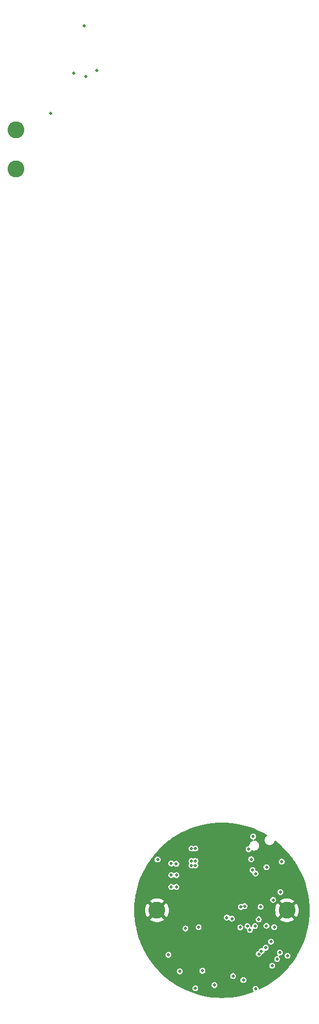
<source format=gbr>
%TF.GenerationSoftware,KiCad,Pcbnew,8.0.7-8.0.7-0~ubuntu22.04.1*%
%TF.CreationDate,2025-01-08T19:04:49+01:00*%
%TF.ProjectId,bldc_servo_mini_v1,626c6463-5f73-4657-9276-6f5f6d696e69,rev?*%
%TF.SameCoordinates,Original*%
%TF.FileFunction,Copper,L2,Inr*%
%TF.FilePolarity,Positive*%
%FSLAX46Y46*%
G04 Gerber Fmt 4.6, Leading zero omitted, Abs format (unit mm)*
G04 Created by KiCad (PCBNEW 8.0.7-8.0.7-0~ubuntu22.04.1) date 2025-01-08 19:04:49*
%MOMM*%
%LPD*%
G01*
G04 APERTURE LIST*
%TA.AperFunction,ComponentPad*%
%ADD10C,2.600000*%
%TD*%
%TA.AperFunction,ViaPad*%
%ADD11C,0.500000*%
%TD*%
G04 APERTURE END LIST*
D10*
%TO.N,/SENSOR2_GND*%
%TO.C,H6*%
X68300000Y14100000D03*
%TD*%
%TO.N,/SENSOR2_GND*%
%TO.C,H5*%
X68300000Y20050000D03*
%TD*%
%TO.N,GND*%
%TO.C,H2*%
X90000000Y-100000000D03*
%TD*%
%TO.N,GND*%
%TO.C,H1*%
X110000000Y-100000000D03*
%TD*%
D11*
%TO.N,VCC*%
X90100768Y-92200000D03*
%TO.N,GND*%
X88400000Y-97400000D03*
X88600000Y-95000000D03*
%TO.N,/MISO*%
X110100000Y-107000000D03*
%TO.N,GND*%
X108250000Y-106800000D03*
%TO.N,/SCK*%
X108900000Y-106500000D03*
%TO.N,/MOSI*%
X107738909Y-108538909D03*
%TO.N,/CS*%
X108500000Y-107500000D03*
%TO.N,GND*%
X92200000Y-108200000D03*
X95500000Y-98600000D03*
X97000000Y-95400000D03*
X97000000Y-97000000D03*
X107400000Y-110800000D03*
X108700000Y-103800000D03*
X109800000Y-103200000D03*
X111700000Y-104500000D03*
X112600000Y-102900000D03*
X108500000Y-95600000D03*
X112300000Y-96500000D03*
X111000000Y-93900000D03*
X110200000Y-91900000D03*
X108400000Y-90100000D03*
X107000000Y-90400000D03*
X101800000Y-87100000D03*
X99500000Y-87000000D03*
X97500000Y-87100000D03*
X87500000Y-97500000D03*
X87900000Y-95000000D03*
X100600000Y-104800000D03*
X101400000Y-105750000D03*
X100200000Y-105750000D03*
X100800000Y-105750000D03*
X99600000Y-105750000D03*
X98963369Y-105750000D03*
X99900000Y-88000000D03*
X101100000Y-88000000D03*
X98700000Y-88000000D03*
X99300000Y-88000000D03*
X100500000Y-88000000D03*
X101100000Y-88600000D03*
X99900000Y-88600000D03*
X98700000Y-88600000D03*
X99300000Y-88600000D03*
X100500000Y-88600000D03*
X99300000Y-89200000D03*
X101100000Y-89200000D03*
X100500000Y-89200000D03*
X99900000Y-89200000D03*
X98700000Y-89200000D03*
X100500000Y-94000000D03*
X99900000Y-94000000D03*
X99900000Y-93400000D03*
X98700000Y-93400000D03*
X99300000Y-93400000D03*
X100500000Y-93400000D03*
X101100000Y-92800000D03*
X100500000Y-92800000D03*
X98700000Y-92800000D03*
X99900000Y-92800000D03*
X99300000Y-92800000D03*
X99900000Y-92200000D03*
X99300000Y-92200000D03*
X101100000Y-92200000D03*
X98700000Y-92200000D03*
X100500000Y-92200000D03*
X98700000Y-91600000D03*
X99900000Y-91600000D03*
X99300000Y-91600000D03*
X101100000Y-91600000D03*
X100500000Y-91600000D03*
X98700000Y-91000000D03*
X99300000Y-91000000D03*
X99900000Y-91000000D03*
X100500000Y-91000000D03*
X101100000Y-91000000D03*
X99300000Y-90400000D03*
X101100000Y-90400000D03*
X100500000Y-90400000D03*
X99900000Y-90400000D03*
X98700000Y-90400000D03*
X101100000Y-89800000D03*
X100500000Y-89800000D03*
X99900000Y-89800000D03*
X99300000Y-89800000D03*
X91100000Y-94600000D03*
X91100000Y-92800000D03*
X91050768Y-91600000D03*
X91050768Y-92200000D03*
X91050768Y-94000000D03*
X91050768Y-93400000D03*
X91050768Y-95800000D03*
%TO.N,+3.3V*%
X105666934Y-106710884D03*
X106088981Y-106288837D03*
%TO.N,GND*%
X105171959Y-107205859D03*
X95500000Y-102500000D03*
X94192894Y-104392894D03*
X95470000Y-101850000D03*
%TO.N,/SWDIO*%
X103925000Y-102418418D03*
X102825000Y-102639250D03*
%TO.N,/DRIVER_NFAULT*%
X107878768Y-98411645D03*
%TO.N,+3.3V*%
X103500000Y-99365000D03*
%TO.N,/NRST*%
X105183361Y-112083361D03*
X109200000Y-92500000D03*
%TO.N,GND*%
X100600000Y-103600000D03*
%TO.N,/DRIVER_NSLEEP*%
X108050000Y-102597193D03*
%TO.N,/DRIVER_NRST*%
X106850000Y-102395228D03*
%TO.N,VCC*%
X95900000Y-112000000D03*
%TO.N,GND*%
X96600000Y-112000000D03*
%TO.N,/CAN_H*%
X106750000Y-105750000D03*
X107533364Y-104844455D03*
%TO.N,+3.3V*%
X98833109Y-111515125D03*
%TO.N,/CAN_Rs*%
X101726647Y-110115001D03*
%TO.N,/CAN_EN*%
X96988721Y-109322737D03*
%TO.N,GND*%
X104167889Y-107800000D03*
%TO.N,/SENSOR2_GND*%
X73600000Y22600000D03*
%TO.N,/SENSOR2_MOSI*%
X77200000Y28800000D03*
X78800000Y36100000D03*
%TO.N,/SENSOR2_GND*%
X80700000Y29200000D03*
X79000000Y28300000D03*
%TO.N,GND*%
X105700000Y-97100000D03*
X105300000Y-91100000D03*
%TO.N,+3.3V*%
X109000000Y-97200000D03*
X103303240Y-110735587D03*
%TO.N,GND*%
X104120939Y-100750000D03*
%TO.N,+3.3V*%
X102905494Y-99500750D03*
%TO.N,GND*%
X104000000Y-98095000D03*
X96196321Y-98705506D03*
X103300000Y-111900000D03*
X102300000Y-112000000D03*
X99091382Y-112643900D03*
%TO.N,+3.3V*%
X96397220Y-102609459D03*
X94367459Y-102806621D03*
X93500000Y-109400000D03*
%TO.N,GND*%
X93400000Y-108400000D03*
%TO.N,+3.3V*%
X91756067Y-106850001D03*
%TO.N,GND*%
X91695656Y-105661038D03*
X91050768Y-95200000D03*
X98700000Y-89800000D03*
%TO.N,/IN1*%
X106852044Y-93364798D03*
%TO.N,/IN3*%
X105170896Y-94350000D03*
%TO.N,/IN2*%
X104706705Y-93826048D03*
%TO.N,/MISO*%
X105649999Y-101393503D03*
%TO.N,/MOSI*%
X105950001Y-99474257D03*
%TO.N,/SCK*%
X105098811Y-102427808D03*
%TO.N,/CS*%
X104295384Y-103012402D03*
%TO.N,/CAN_TX*%
X101523797Y-101293032D03*
%TO.N,/CAN_RX*%
X100742112Y-101122826D03*
%TO.N,GND*%
X93756162Y-104800000D03*
%TO.N,/EN3*%
X104506886Y-92148106D03*
%TO.N,/EN2*%
X104100000Y-90600000D03*
%TO.N,/EN1*%
X104804578Y-88656586D03*
%TO.N,/OUT1*%
X95300000Y-90500000D03*
X95900000Y-90500000D03*
%TO.N,/OUT3*%
X95300000Y-93100000D03*
X95900000Y-93100000D03*
%TO.N,/OUT2*%
X95300000Y-92400000D03*
X95900000Y-92400000D03*
%TO.N,/SHUNT3+*%
X93000000Y-96400000D03*
%TO.N,/SHUNT3-*%
X92200000Y-96400000D03*
%TO.N,/SHUNT1-*%
X92200000Y-92800000D03*
%TO.N,/SHUNT1+*%
X92964713Y-92838247D03*
%TO.N,/SHUNT2-*%
X92200000Y-94600000D03*
%TO.N,/SHUNT2+*%
X93000000Y-94600000D03*
%TO.N,GND*%
X104738909Y-107638909D03*
%TD*%
%TA.AperFunction,Conductor*%
%TO.N,GND*%
G36*
X100727505Y-86520207D02*
G01*
X100734195Y-86520570D01*
X101456214Y-86579363D01*
X101462869Y-86580086D01*
X102180685Y-86677886D01*
X102187256Y-86678964D01*
X102898690Y-86815477D01*
X102905230Y-86816916D01*
X103608261Y-86991751D01*
X103614699Y-86993539D01*
X104307212Y-87206174D01*
X104313541Y-87208306D01*
X104993541Y-87458125D01*
X104999756Y-87460602D01*
X105665220Y-87746864D01*
X105671294Y-87749674D01*
X105842709Y-87834688D01*
X106320278Y-88071540D01*
X106326207Y-88074684D01*
X106874327Y-88384578D01*
X106922997Y-88434707D01*
X106936839Y-88503192D01*
X106911458Y-88568289D01*
X106882192Y-88595621D01*
X106847824Y-88618585D01*
X106743293Y-88723116D01*
X106743290Y-88723120D01*
X106661161Y-88846034D01*
X106661154Y-88846047D01*
X106604585Y-88982618D01*
X106604582Y-88982628D01*
X106575742Y-89127615D01*
X106575742Y-89127618D01*
X106575742Y-89275454D01*
X106575742Y-89275456D01*
X106575741Y-89275456D01*
X106604582Y-89420443D01*
X106604585Y-89420453D01*
X106661154Y-89557024D01*
X106661161Y-89557037D01*
X106743290Y-89679951D01*
X106743293Y-89679955D01*
X106847822Y-89784484D01*
X106847826Y-89784487D01*
X106970740Y-89866616D01*
X106970753Y-89866623D01*
X107107324Y-89923192D01*
X107107329Y-89923194D01*
X107107333Y-89923194D01*
X107107334Y-89923195D01*
X107252321Y-89952036D01*
X107252324Y-89952036D01*
X107400162Y-89952036D01*
X107497704Y-89932632D01*
X107545155Y-89923194D01*
X107681737Y-89866620D01*
X107804658Y-89784487D01*
X107909193Y-89679952D01*
X107991326Y-89557031D01*
X108047900Y-89420449D01*
X108053462Y-89392489D01*
X108085846Y-89330578D01*
X108146562Y-89296004D01*
X108216332Y-89299743D01*
X108252763Y-89320031D01*
X108700529Y-89679955D01*
X108736760Y-89709078D01*
X108741877Y-89713423D01*
X108975700Y-89923195D01*
X109281110Y-90197191D01*
X109285985Y-90201810D01*
X109798189Y-90714014D01*
X109802808Y-90718889D01*
X110286574Y-91258120D01*
X110290921Y-91263239D01*
X110744752Y-91827832D01*
X110748816Y-91833178D01*
X110975030Y-92148106D01*
X111171437Y-92421540D01*
X111175189Y-92427074D01*
X111381600Y-92750000D01*
X111565334Y-93037451D01*
X111568796Y-93043205D01*
X111925313Y-93673788D01*
X111928459Y-93679721D01*
X112250320Y-94328695D01*
X112253140Y-94334790D01*
X112539392Y-95000231D01*
X112541878Y-95006470D01*
X112791687Y-95686440D01*
X112793831Y-95692804D01*
X113006455Y-96385284D01*
X113008252Y-96391755D01*
X113183081Y-97094760D01*
X113184524Y-97101319D01*
X113321030Y-97812715D01*
X113322117Y-97819342D01*
X113419911Y-98537119D01*
X113420637Y-98543795D01*
X113479428Y-99265796D01*
X113479792Y-99272502D01*
X113499409Y-99996642D01*
X113499409Y-100003358D01*
X113479792Y-100727497D01*
X113479428Y-100734203D01*
X113420637Y-101456204D01*
X113419911Y-101462880D01*
X113322117Y-102180657D01*
X113321030Y-102187284D01*
X113184524Y-102898680D01*
X113183081Y-102905239D01*
X113008252Y-103608244D01*
X113006455Y-103614715D01*
X112793831Y-104307195D01*
X112791687Y-104313559D01*
X112541878Y-104993529D01*
X112539392Y-104999768D01*
X112253140Y-105665209D01*
X112250320Y-105671304D01*
X111928459Y-106320278D01*
X111925313Y-106326211D01*
X111568796Y-106956794D01*
X111565334Y-106962548D01*
X111175198Y-107572913D01*
X111171429Y-107578472D01*
X110748816Y-108166821D01*
X110744752Y-108172167D01*
X110290921Y-108736760D01*
X110286574Y-108741879D01*
X109802808Y-109281110D01*
X109798189Y-109285985D01*
X109285985Y-109798189D01*
X109281110Y-109802808D01*
X108741879Y-110286574D01*
X108736760Y-110290921D01*
X108172167Y-110744752D01*
X108166821Y-110748816D01*
X107578472Y-111171429D01*
X107572913Y-111175198D01*
X106962548Y-111565334D01*
X106956794Y-111568796D01*
X106326211Y-111925313D01*
X106320277Y-111928459D01*
X105816539Y-112178289D01*
X105747735Y-112190441D01*
X105683283Y-112163464D01*
X105643647Y-112105925D01*
X105638707Y-112084847D01*
X105638493Y-112083363D01*
X105638494Y-112083361D01*
X105620058Y-111955135D01*
X105566243Y-111837298D01*
X105481410Y-111739394D01*
X105372430Y-111669357D01*
X105372426Y-111669355D01*
X105372425Y-111669355D01*
X105248135Y-111632861D01*
X105248133Y-111632861D01*
X105118589Y-111632861D01*
X105118587Y-111632861D01*
X104994296Y-111669355D01*
X104994293Y-111669356D01*
X104994292Y-111669357D01*
X104943038Y-111702295D01*
X104885311Y-111739394D01*
X104800479Y-111837298D01*
X104800478Y-111837299D01*
X104746663Y-111955135D01*
X104728228Y-112083361D01*
X104746663Y-112211586D01*
X104781319Y-112287470D01*
X104800479Y-112329424D01*
X104856554Y-112394139D01*
X104869163Y-112408691D01*
X104898187Y-112472247D01*
X104888243Y-112541406D01*
X104842487Y-112594209D01*
X104818210Y-112606287D01*
X104313559Y-112791687D01*
X104307195Y-112793831D01*
X103614715Y-113006455D01*
X103608244Y-113008252D01*
X102905239Y-113183081D01*
X102898680Y-113184524D01*
X102187284Y-113321030D01*
X102180657Y-113322117D01*
X101462880Y-113419911D01*
X101456204Y-113420637D01*
X100734203Y-113479428D01*
X100727497Y-113479792D01*
X100003358Y-113499409D01*
X99996642Y-113499409D01*
X99272502Y-113479792D01*
X99265796Y-113479428D01*
X98543795Y-113420637D01*
X98537119Y-113419911D01*
X97819342Y-113322117D01*
X97812715Y-113321030D01*
X97101319Y-113184524D01*
X97094760Y-113183081D01*
X96391755Y-113008252D01*
X96385284Y-113006455D01*
X95692804Y-112793831D01*
X95686440Y-112791687D01*
X95006470Y-112541878D01*
X95000231Y-112539392D01*
X94334790Y-112253140D01*
X94328695Y-112250320D01*
X93823970Y-112000000D01*
X95444867Y-112000000D01*
X95463302Y-112128225D01*
X95501373Y-112211587D01*
X95517118Y-112246063D01*
X95601951Y-112343967D01*
X95710931Y-112414004D01*
X95835225Y-112450499D01*
X95835227Y-112450500D01*
X95835228Y-112450500D01*
X95964773Y-112450500D01*
X95964773Y-112450499D01*
X96089069Y-112414004D01*
X96198049Y-112343967D01*
X96282882Y-112246063D01*
X96336697Y-112128226D01*
X96355133Y-112000000D01*
X96336697Y-111871774D01*
X96282882Y-111753937D01*
X96198049Y-111656033D01*
X96089069Y-111585996D01*
X96089065Y-111585994D01*
X96089064Y-111585994D01*
X95964774Y-111549500D01*
X95964772Y-111549500D01*
X95835228Y-111549500D01*
X95835226Y-111549500D01*
X95710935Y-111585994D01*
X95710932Y-111585995D01*
X95710931Y-111585996D01*
X95659677Y-111618934D01*
X95601950Y-111656033D01*
X95517118Y-111753937D01*
X95517117Y-111753938D01*
X95463302Y-111871774D01*
X95444867Y-112000000D01*
X93823970Y-112000000D01*
X93679721Y-111928459D01*
X93673788Y-111925313D01*
X93043205Y-111568796D01*
X93037451Y-111565334D01*
X92958899Y-111515125D01*
X98377976Y-111515125D01*
X98396411Y-111643350D01*
X98446916Y-111753938D01*
X98450227Y-111761188D01*
X98535060Y-111859092D01*
X98644040Y-111929129D01*
X98768334Y-111965624D01*
X98768336Y-111965625D01*
X98768337Y-111965625D01*
X98897882Y-111965625D01*
X98897882Y-111965624D01*
X99022178Y-111929129D01*
X99131158Y-111859092D01*
X99215991Y-111761188D01*
X99269806Y-111643351D01*
X99288242Y-111515125D01*
X99269806Y-111386899D01*
X99215991Y-111269062D01*
X99131158Y-111171158D01*
X99022178Y-111101121D01*
X99022174Y-111101119D01*
X99022173Y-111101119D01*
X98897883Y-111064625D01*
X98897881Y-111064625D01*
X98768337Y-111064625D01*
X98768335Y-111064625D01*
X98644044Y-111101119D01*
X98644041Y-111101120D01*
X98644040Y-111101121D01*
X98592786Y-111134059D01*
X98535059Y-111171158D01*
X98450227Y-111269062D01*
X98450226Y-111269063D01*
X98396411Y-111386899D01*
X98377976Y-111515125D01*
X92958899Y-111515125D01*
X92758291Y-111386899D01*
X92427074Y-111175189D01*
X92421540Y-111171437D01*
X91993273Y-110863813D01*
X91833178Y-110748816D01*
X91827832Y-110744752D01*
X91816430Y-110735587D01*
X102848107Y-110735587D01*
X102866542Y-110863812D01*
X102920357Y-110981648D01*
X102920358Y-110981650D01*
X103005191Y-111079554D01*
X103114171Y-111149591D01*
X103201383Y-111175198D01*
X103238465Y-111186086D01*
X103238467Y-111186087D01*
X103238468Y-111186087D01*
X103368013Y-111186087D01*
X103368013Y-111186086D01*
X103492309Y-111149591D01*
X103601289Y-111079554D01*
X103686122Y-110981650D01*
X103739937Y-110863813D01*
X103758373Y-110735587D01*
X103739937Y-110607361D01*
X103686122Y-110489524D01*
X103601289Y-110391620D01*
X103492309Y-110321583D01*
X103492305Y-110321581D01*
X103492304Y-110321581D01*
X103368014Y-110285087D01*
X103368012Y-110285087D01*
X103238468Y-110285087D01*
X103238466Y-110285087D01*
X103114175Y-110321581D01*
X103114172Y-110321582D01*
X103114171Y-110321583D01*
X103062917Y-110354521D01*
X103005190Y-110391620D01*
X102920358Y-110489524D01*
X102920357Y-110489525D01*
X102866542Y-110607361D01*
X102848107Y-110735587D01*
X91816430Y-110735587D01*
X91263239Y-110290921D01*
X91258120Y-110286574D01*
X91066876Y-110115001D01*
X101271514Y-110115001D01*
X101289949Y-110243226D01*
X101325734Y-110321583D01*
X101343765Y-110361064D01*
X101428598Y-110458968D01*
X101537578Y-110529005D01*
X101661872Y-110565500D01*
X101661874Y-110565501D01*
X101661875Y-110565501D01*
X101791420Y-110565501D01*
X101791420Y-110565500D01*
X101915716Y-110529005D01*
X102024696Y-110458968D01*
X102109529Y-110361064D01*
X102163344Y-110243227D01*
X102181780Y-110115001D01*
X102163344Y-109986775D01*
X102109529Y-109868938D01*
X102024696Y-109771034D01*
X101915716Y-109700997D01*
X101915712Y-109700995D01*
X101915711Y-109700995D01*
X101791421Y-109664501D01*
X101791419Y-109664501D01*
X101661875Y-109664501D01*
X101661873Y-109664501D01*
X101537582Y-109700995D01*
X101537579Y-109700996D01*
X101537578Y-109700997D01*
X101529708Y-109706055D01*
X101428597Y-109771034D01*
X101343765Y-109868938D01*
X101343764Y-109868939D01*
X101289949Y-109986775D01*
X101271514Y-110115001D01*
X91066876Y-110115001D01*
X90718889Y-109802808D01*
X90714014Y-109798189D01*
X90315825Y-109400000D01*
X93044867Y-109400000D01*
X93063302Y-109528225D01*
X93117117Y-109646061D01*
X93117118Y-109646063D01*
X93201951Y-109743967D01*
X93310931Y-109814004D01*
X93435225Y-109850499D01*
X93435227Y-109850500D01*
X93435228Y-109850500D01*
X93564773Y-109850500D01*
X93564773Y-109850499D01*
X93689069Y-109814004D01*
X93798049Y-109743967D01*
X93882882Y-109646063D01*
X93936697Y-109528226D01*
X93955133Y-109400000D01*
X93944024Y-109322737D01*
X96533588Y-109322737D01*
X96552023Y-109450962D01*
X96587309Y-109528225D01*
X96605839Y-109568800D01*
X96690672Y-109666704D01*
X96799652Y-109736741D01*
X96923946Y-109773236D01*
X96923948Y-109773237D01*
X96923949Y-109773237D01*
X97053494Y-109773237D01*
X97053494Y-109773236D01*
X97177790Y-109736741D01*
X97286770Y-109666704D01*
X97371603Y-109568800D01*
X97425418Y-109450963D01*
X97443854Y-109322737D01*
X97425418Y-109194511D01*
X97371603Y-109076674D01*
X97286770Y-108978770D01*
X97177790Y-108908733D01*
X97177786Y-108908731D01*
X97177785Y-108908731D01*
X97053495Y-108872237D01*
X97053493Y-108872237D01*
X96923949Y-108872237D01*
X96923947Y-108872237D01*
X96799656Y-108908731D01*
X96799653Y-108908732D01*
X96799652Y-108908733D01*
X96748398Y-108941671D01*
X96690671Y-108978770D01*
X96605839Y-109076674D01*
X96605838Y-109076675D01*
X96552023Y-109194511D01*
X96533588Y-109322737D01*
X93944024Y-109322737D01*
X93936697Y-109271774D01*
X93882882Y-109153937D01*
X93798049Y-109056033D01*
X93689069Y-108985996D01*
X93689065Y-108985994D01*
X93689064Y-108985994D01*
X93564774Y-108949500D01*
X93564772Y-108949500D01*
X93435228Y-108949500D01*
X93435226Y-108949500D01*
X93310935Y-108985994D01*
X93310932Y-108985995D01*
X93310931Y-108985996D01*
X93259677Y-109018934D01*
X93201950Y-109056033D01*
X93117118Y-109153937D01*
X93117117Y-109153938D01*
X93063302Y-109271774D01*
X93044867Y-109400000D01*
X90315825Y-109400000D01*
X90201810Y-109285985D01*
X90197191Y-109281110D01*
X89932432Y-108985996D01*
X89713423Y-108741877D01*
X89709078Y-108736760D01*
X89550041Y-108538909D01*
X107283776Y-108538909D01*
X107302211Y-108667134D01*
X107336347Y-108741879D01*
X107356027Y-108784972D01*
X107440860Y-108882876D01*
X107549840Y-108952913D01*
X107674134Y-108989408D01*
X107674136Y-108989409D01*
X107674137Y-108989409D01*
X107803682Y-108989409D01*
X107803682Y-108989408D01*
X107927978Y-108952913D01*
X108036958Y-108882876D01*
X108121791Y-108784972D01*
X108175606Y-108667135D01*
X108194042Y-108538909D01*
X108175606Y-108410683D01*
X108121791Y-108292846D01*
X108036958Y-108194942D01*
X107927978Y-108124905D01*
X107927974Y-108124903D01*
X107927973Y-108124903D01*
X107803683Y-108088409D01*
X107803681Y-108088409D01*
X107674137Y-108088409D01*
X107674135Y-108088409D01*
X107549844Y-108124903D01*
X107549841Y-108124904D01*
X107549840Y-108124905D01*
X107498586Y-108157843D01*
X107440859Y-108194942D01*
X107356027Y-108292846D01*
X107356026Y-108292847D01*
X107302211Y-108410683D01*
X107283776Y-108538909D01*
X89550041Y-108538909D01*
X89255247Y-108172167D01*
X89251183Y-108166821D01*
X89019275Y-107843966D01*
X88828556Y-107578451D01*
X88824815Y-107572934D01*
X88778197Y-107500000D01*
X108044867Y-107500000D01*
X108063302Y-107628225D01*
X108117117Y-107746061D01*
X108117118Y-107746063D01*
X108201951Y-107843967D01*
X108310931Y-107914004D01*
X108435225Y-107950499D01*
X108435227Y-107950500D01*
X108435228Y-107950500D01*
X108564773Y-107950500D01*
X108564773Y-107950499D01*
X108689069Y-107914004D01*
X108798049Y-107843967D01*
X108882882Y-107746063D01*
X108936697Y-107628226D01*
X108955133Y-107500000D01*
X108936697Y-107371774D01*
X108882882Y-107253937D01*
X108798049Y-107156033D01*
X108798048Y-107156032D01*
X108797762Y-107155702D01*
X108768738Y-107092146D01*
X108778682Y-107022988D01*
X108798601Y-107000000D01*
X109644867Y-107000000D01*
X109663302Y-107128225D01*
X109717117Y-107246061D01*
X109717118Y-107246063D01*
X109801951Y-107343967D01*
X109910931Y-107414004D01*
X110035225Y-107450499D01*
X110035227Y-107450500D01*
X110035228Y-107450500D01*
X110164773Y-107450500D01*
X110164773Y-107450499D01*
X110289069Y-107414004D01*
X110398049Y-107343967D01*
X110482882Y-107246063D01*
X110536697Y-107128226D01*
X110555133Y-107000000D01*
X110536697Y-106871774D01*
X110482882Y-106753937D01*
X110398049Y-106656033D01*
X110289069Y-106585996D01*
X110289065Y-106585994D01*
X110289064Y-106585994D01*
X110164774Y-106549500D01*
X110164772Y-106549500D01*
X110035228Y-106549500D01*
X110035226Y-106549500D01*
X109910935Y-106585994D01*
X109910932Y-106585995D01*
X109910931Y-106585996D01*
X109883013Y-106603938D01*
X109801950Y-106656033D01*
X109717118Y-106753937D01*
X109717117Y-106753938D01*
X109663302Y-106871774D01*
X109644867Y-107000000D01*
X108798601Y-107000000D01*
X108824437Y-106970184D01*
X108891476Y-106950500D01*
X108964773Y-106950500D01*
X108964773Y-106950499D01*
X109089069Y-106914004D01*
X109198049Y-106843967D01*
X109282882Y-106746063D01*
X109336697Y-106628226D01*
X109355133Y-106500000D01*
X109336697Y-106371774D01*
X109282882Y-106253937D01*
X109198049Y-106156033D01*
X109089069Y-106085996D01*
X109089065Y-106085994D01*
X109089064Y-106085994D01*
X108964774Y-106049500D01*
X108964772Y-106049500D01*
X108835228Y-106049500D01*
X108835226Y-106049500D01*
X108710935Y-106085994D01*
X108710932Y-106085995D01*
X108710931Y-106085996D01*
X108659677Y-106118934D01*
X108601950Y-106156033D01*
X108517118Y-106253937D01*
X108517117Y-106253938D01*
X108463302Y-106371774D01*
X108444867Y-106500000D01*
X108463302Y-106628225D01*
X108476002Y-106656033D01*
X108517118Y-106746063D01*
X108601950Y-106843966D01*
X108602238Y-106844298D01*
X108631262Y-106907854D01*
X108621318Y-106977012D01*
X108575563Y-107029816D01*
X108508524Y-107049500D01*
X108435226Y-107049500D01*
X108310935Y-107085994D01*
X108310932Y-107085995D01*
X108310931Y-107085996D01*
X108295265Y-107096064D01*
X108201950Y-107156033D01*
X108117118Y-107253937D01*
X108117117Y-107253938D01*
X108063302Y-107371774D01*
X108044867Y-107500000D01*
X88778197Y-107500000D01*
X88434660Y-106962541D01*
X88431203Y-106956794D01*
X88403533Y-106907854D01*
X88370824Y-106850001D01*
X91300934Y-106850001D01*
X91319369Y-106978226D01*
X91354363Y-107054850D01*
X91373185Y-107096064D01*
X91458018Y-107193968D01*
X91566998Y-107264005D01*
X91691292Y-107300500D01*
X91691294Y-107300501D01*
X91691295Y-107300501D01*
X91820840Y-107300501D01*
X91820840Y-107300500D01*
X91945136Y-107264005D01*
X92054116Y-107193968D01*
X92138949Y-107096064D01*
X92192764Y-106978227D01*
X92211200Y-106850001D01*
X92192764Y-106721775D01*
X92187790Y-106710884D01*
X105211801Y-106710884D01*
X105230236Y-106839109D01*
X105264440Y-106914004D01*
X105284052Y-106956947D01*
X105368885Y-107054851D01*
X105477865Y-107124888D01*
X105583938Y-107156033D01*
X105602159Y-107161383D01*
X105602161Y-107161384D01*
X105602162Y-107161384D01*
X105731707Y-107161384D01*
X105731707Y-107161383D01*
X105856003Y-107124888D01*
X105964983Y-107054851D01*
X106049816Y-106956947D01*
X106103631Y-106839110D01*
X106105058Y-106829185D01*
X106134082Y-106765629D01*
X106192858Y-106727854D01*
X106278050Y-106702841D01*
X106387030Y-106632804D01*
X106471863Y-106534900D01*
X106525678Y-106417063D01*
X106541769Y-106305146D01*
X106570792Y-106241593D01*
X106629570Y-106203818D01*
X106682160Y-106200058D01*
X106685223Y-106200498D01*
X106685228Y-106200500D01*
X106685233Y-106200500D01*
X106814773Y-106200500D01*
X106814773Y-106200499D01*
X106939069Y-106164004D01*
X107048049Y-106093967D01*
X107132882Y-105996063D01*
X107186697Y-105878226D01*
X107205133Y-105750000D01*
X107186697Y-105621774D01*
X107132882Y-105503937D01*
X107048049Y-105406033D01*
X106939069Y-105335996D01*
X106939065Y-105335994D01*
X106939064Y-105335994D01*
X106814774Y-105299500D01*
X106814772Y-105299500D01*
X106685228Y-105299500D01*
X106685226Y-105299500D01*
X106560935Y-105335994D01*
X106560932Y-105335995D01*
X106560931Y-105335996D01*
X106509677Y-105368934D01*
X106451950Y-105406033D01*
X106367118Y-105503937D01*
X106367117Y-105503938D01*
X106313302Y-105621774D01*
X106297212Y-105733688D01*
X106268187Y-105797244D01*
X106209409Y-105835018D01*
X106156829Y-105838779D01*
X106153754Y-105838337D01*
X106153753Y-105838337D01*
X106024209Y-105838337D01*
X106024207Y-105838337D01*
X105899916Y-105874831D01*
X105899913Y-105874832D01*
X105899912Y-105874833D01*
X105860896Y-105899907D01*
X105790931Y-105944870D01*
X105706099Y-106042774D01*
X105706098Y-106042775D01*
X105652283Y-106160612D01*
X105652282Y-106160614D01*
X105650855Y-106170542D01*
X105621827Y-106234096D01*
X105563053Y-106271866D01*
X105477868Y-106296878D01*
X105368884Y-106366917D01*
X105284052Y-106464821D01*
X105284051Y-106464822D01*
X105230236Y-106582658D01*
X105211801Y-106710884D01*
X92187790Y-106710884D01*
X92138949Y-106603938D01*
X92054116Y-106506034D01*
X91945136Y-106435997D01*
X91945132Y-106435995D01*
X91945131Y-106435995D01*
X91820841Y-106399501D01*
X91820839Y-106399501D01*
X91691295Y-106399501D01*
X91691293Y-106399501D01*
X91567002Y-106435995D01*
X91566999Y-106435996D01*
X91566998Y-106435997D01*
X91522147Y-106464821D01*
X91458017Y-106506034D01*
X91373185Y-106603938D01*
X91373184Y-106603939D01*
X91319369Y-106721775D01*
X91300934Y-106850001D01*
X88370824Y-106850001D01*
X88074684Y-106326207D01*
X88071540Y-106320278D01*
X88047530Y-106271866D01*
X87749674Y-105671294D01*
X87746859Y-105665209D01*
X87728175Y-105621774D01*
X87460602Y-104999756D01*
X87458121Y-104993529D01*
X87450462Y-104972681D01*
X87403354Y-104844455D01*
X107078231Y-104844455D01*
X107096666Y-104972680D01*
X107106188Y-104993529D01*
X107150482Y-105090518D01*
X107235315Y-105188422D01*
X107344295Y-105258459D01*
X107468589Y-105294954D01*
X107468591Y-105294955D01*
X107468592Y-105294955D01*
X107598137Y-105294955D01*
X107598137Y-105294954D01*
X107722433Y-105258459D01*
X107831413Y-105188422D01*
X107916246Y-105090518D01*
X107970061Y-104972681D01*
X107988497Y-104844455D01*
X107970061Y-104716229D01*
X107916246Y-104598392D01*
X107831413Y-104500488D01*
X107722433Y-104430451D01*
X107722429Y-104430449D01*
X107722428Y-104430449D01*
X107598138Y-104393955D01*
X107598136Y-104393955D01*
X107468592Y-104393955D01*
X107468590Y-104393955D01*
X107344299Y-104430449D01*
X107344296Y-104430450D01*
X107344295Y-104430451D01*
X107293041Y-104463389D01*
X107235314Y-104500488D01*
X107150482Y-104598392D01*
X107150481Y-104598393D01*
X107096666Y-104716229D01*
X107078231Y-104844455D01*
X87403354Y-104844455D01*
X87208306Y-104313541D01*
X87206174Y-104307212D01*
X86993539Y-103614699D01*
X86991751Y-103608261D01*
X86816916Y-102905230D01*
X86815475Y-102898680D01*
X86807194Y-102855522D01*
X86797811Y-102806621D01*
X93912326Y-102806621D01*
X93930761Y-102934846D01*
X93982297Y-103047692D01*
X93984577Y-103052684D01*
X94069410Y-103150588D01*
X94178390Y-103220625D01*
X94302684Y-103257120D01*
X94302686Y-103257121D01*
X94302687Y-103257121D01*
X94432232Y-103257121D01*
X94432232Y-103257120D01*
X94556528Y-103220625D01*
X94665508Y-103150588D01*
X94750341Y-103052684D01*
X94804156Y-102934847D01*
X94822592Y-102806621D01*
X94804156Y-102678395D01*
X94772674Y-102609459D01*
X95942087Y-102609459D01*
X95960522Y-102737684D01*
X95992005Y-102806621D01*
X96014338Y-102855522D01*
X96099171Y-102953426D01*
X96208151Y-103023463D01*
X96309616Y-103053255D01*
X96332445Y-103059958D01*
X96332447Y-103059959D01*
X96332448Y-103059959D01*
X96461993Y-103059959D01*
X96461993Y-103059958D01*
X96586289Y-103023463D01*
X96695269Y-102953426D01*
X96780102Y-102855522D01*
X96833917Y-102737685D01*
X96848070Y-102639250D01*
X102369867Y-102639250D01*
X102388302Y-102767475D01*
X102438140Y-102876602D01*
X102442118Y-102885313D01*
X102526951Y-102983217D01*
X102635931Y-103053254D01*
X102658767Y-103059959D01*
X102760225Y-103089749D01*
X102760227Y-103089750D01*
X102760228Y-103089750D01*
X102889773Y-103089750D01*
X102889773Y-103089749D01*
X103014069Y-103053254D01*
X103123049Y-102983217D01*
X103207882Y-102885313D01*
X103261697Y-102767476D01*
X103280005Y-102640139D01*
X103309028Y-102576586D01*
X103367806Y-102538811D01*
X103437676Y-102538811D01*
X103496454Y-102576585D01*
X103515536Y-102606276D01*
X103531526Y-102641289D01*
X103542118Y-102664481D01*
X103626951Y-102762385D01*
X103735931Y-102832422D01*
X103757756Y-102838830D01*
X103816535Y-102876602D01*
X103845562Y-102940157D01*
X103845563Y-102975454D01*
X103840251Y-103012402D01*
X103842901Y-103030837D01*
X103858686Y-103140627D01*
X103895221Y-103220625D01*
X103912502Y-103258465D01*
X103997335Y-103356369D01*
X104106315Y-103426406D01*
X104230609Y-103462901D01*
X104230611Y-103462902D01*
X104230612Y-103462902D01*
X104360157Y-103462902D01*
X104360157Y-103462901D01*
X104484453Y-103426406D01*
X104593433Y-103356369D01*
X104678266Y-103258465D01*
X104732081Y-103140628D01*
X104750517Y-103012402D01*
X104745349Y-102976461D01*
X104755292Y-102907306D01*
X104801046Y-102854502D01*
X104868085Y-102834816D01*
X104903021Y-102839839D01*
X105034036Y-102878307D01*
X105034038Y-102878308D01*
X105034039Y-102878308D01*
X105163584Y-102878308D01*
X105163584Y-102878307D01*
X105287880Y-102841812D01*
X105396860Y-102771775D01*
X105481693Y-102673871D01*
X105535508Y-102556034D01*
X105553944Y-102427808D01*
X105549260Y-102395228D01*
X106394867Y-102395228D01*
X106413302Y-102523453D01*
X106466186Y-102639250D01*
X106467118Y-102641291D01*
X106540013Y-102725418D01*
X106550642Y-102737685D01*
X106551951Y-102739195D01*
X106660931Y-102809232D01*
X106776806Y-102843255D01*
X106785225Y-102845727D01*
X106785227Y-102845728D01*
X106785228Y-102845728D01*
X106914773Y-102845728D01*
X106914773Y-102845727D01*
X107039069Y-102809232D01*
X107148049Y-102739195D01*
X107232882Y-102641291D01*
X107253021Y-102597193D01*
X107594867Y-102597193D01*
X107613302Y-102725418D01*
X107666459Y-102841813D01*
X107667118Y-102843256D01*
X107751951Y-102941160D01*
X107860931Y-103011197D01*
X107902710Y-103023464D01*
X107985225Y-103047692D01*
X107985227Y-103047693D01*
X107985228Y-103047693D01*
X108114773Y-103047693D01*
X108114773Y-103047692D01*
X108239069Y-103011197D01*
X108348049Y-102941160D01*
X108432882Y-102843256D01*
X108486697Y-102725419D01*
X108505133Y-102597193D01*
X108486697Y-102468967D01*
X108432882Y-102351130D01*
X108348049Y-102253226D01*
X108239069Y-102183189D01*
X108239065Y-102183187D01*
X108239064Y-102183187D01*
X108114774Y-102146693D01*
X108114772Y-102146693D01*
X107985228Y-102146693D01*
X107985226Y-102146693D01*
X107860935Y-102183187D01*
X107860932Y-102183188D01*
X107860931Y-102183189D01*
X107841848Y-102195453D01*
X107751950Y-102253226D01*
X107667118Y-102351130D01*
X107667117Y-102351131D01*
X107613302Y-102468967D01*
X107594867Y-102597193D01*
X107253021Y-102597193D01*
X107286697Y-102523454D01*
X107305133Y-102395228D01*
X107286697Y-102267002D01*
X107232882Y-102149165D01*
X107148049Y-102051261D01*
X107039069Y-101981224D01*
X107039065Y-101981222D01*
X107039064Y-101981222D01*
X106914774Y-101944728D01*
X106914772Y-101944728D01*
X106785228Y-101944728D01*
X106785226Y-101944728D01*
X106660935Y-101981222D01*
X106660932Y-101981223D01*
X106660931Y-101981224D01*
X106624850Y-102004412D01*
X106551950Y-102051261D01*
X106467118Y-102149165D01*
X106467117Y-102149166D01*
X106413302Y-102267002D01*
X106394867Y-102395228D01*
X105549260Y-102395228D01*
X105535508Y-102299582D01*
X105481693Y-102181745D01*
X105396860Y-102083841D01*
X105287880Y-102013804D01*
X105287876Y-102013802D01*
X105287875Y-102013802D01*
X105163585Y-101977308D01*
X105163583Y-101977308D01*
X105034039Y-101977308D01*
X105034037Y-101977308D01*
X104909746Y-102013802D01*
X104909743Y-102013803D01*
X104909742Y-102013804D01*
X104858488Y-102046742D01*
X104800761Y-102083841D01*
X104715929Y-102181745D01*
X104715928Y-102181746D01*
X104662113Y-102299582D01*
X104643678Y-102427808D01*
X104648845Y-102463746D01*
X104638901Y-102532905D01*
X104593146Y-102585709D01*
X104526106Y-102605393D01*
X104491175Y-102600371D01*
X104462626Y-102591989D01*
X104403847Y-102554216D01*
X104374821Y-102490661D01*
X104374820Y-102455370D01*
X104380133Y-102418418D01*
X104361697Y-102290192D01*
X104307882Y-102172355D01*
X104223049Y-102074451D01*
X104114069Y-102004414D01*
X104114065Y-102004412D01*
X104114064Y-102004412D01*
X103989774Y-101967918D01*
X103989772Y-101967918D01*
X103860228Y-101967918D01*
X103860226Y-101967918D01*
X103735935Y-102004412D01*
X103735932Y-102004413D01*
X103735931Y-102004414D01*
X103721320Y-102013804D01*
X103626950Y-102074451D01*
X103542118Y-102172355D01*
X103542117Y-102172356D01*
X103488302Y-102290192D01*
X103469995Y-102417526D01*
X103440970Y-102481082D01*
X103382192Y-102518856D01*
X103312322Y-102518856D01*
X103253544Y-102481082D01*
X103234463Y-102451391D01*
X103223693Y-102427808D01*
X103207882Y-102393187D01*
X103123049Y-102295283D01*
X103014069Y-102225246D01*
X103014065Y-102225244D01*
X103014064Y-102225244D01*
X102889774Y-102188750D01*
X102889772Y-102188750D01*
X102760228Y-102188750D01*
X102760226Y-102188750D01*
X102635935Y-102225244D01*
X102635932Y-102225245D01*
X102635931Y-102225246D01*
X102592393Y-102253226D01*
X102526950Y-102295283D01*
X102442118Y-102393187D01*
X102442117Y-102393188D01*
X102388302Y-102511024D01*
X102369867Y-102639250D01*
X96848070Y-102639250D01*
X96852353Y-102609459D01*
X96833917Y-102481233D01*
X96780102Y-102363396D01*
X96695269Y-102265492D01*
X96586289Y-102195455D01*
X96586285Y-102195453D01*
X96586284Y-102195453D01*
X96461994Y-102158959D01*
X96461992Y-102158959D01*
X96332448Y-102158959D01*
X96332446Y-102158959D01*
X96208155Y-102195453D01*
X96208152Y-102195454D01*
X96208151Y-102195455D01*
X96161798Y-102225244D01*
X96099170Y-102265492D01*
X96014338Y-102363396D01*
X96014337Y-102363397D01*
X95960522Y-102481233D01*
X95942087Y-102609459D01*
X94772674Y-102609459D01*
X94750341Y-102560558D01*
X94665508Y-102462654D01*
X94556528Y-102392617D01*
X94556524Y-102392615D01*
X94556523Y-102392615D01*
X94432233Y-102356121D01*
X94432231Y-102356121D01*
X94302687Y-102356121D01*
X94302685Y-102356121D01*
X94178394Y-102392615D01*
X94178391Y-102392616D01*
X94178390Y-102392617D01*
X94139631Y-102417526D01*
X94069409Y-102462654D01*
X93984577Y-102560558D01*
X93984576Y-102560559D01*
X93930761Y-102678395D01*
X93912326Y-102806621D01*
X86797811Y-102806621D01*
X86678964Y-102187256D01*
X86677886Y-102180685D01*
X86580086Y-101462869D01*
X86579362Y-101456204D01*
X86576516Y-101421258D01*
X86520570Y-100734195D01*
X86520207Y-100727497D01*
X86519701Y-100708820D01*
X86500590Y-100003322D01*
X86500590Y-99999995D01*
X88194953Y-99999995D01*
X88194953Y-100000004D01*
X88215113Y-100269026D01*
X88215113Y-100269028D01*
X88275142Y-100532033D01*
X88275148Y-100532052D01*
X88373709Y-100783181D01*
X88373708Y-100783181D01*
X88508600Y-101016818D01*
X88562294Y-101084150D01*
X89063708Y-100582735D01*
X89160967Y-100716602D01*
X89283398Y-100839033D01*
X89417262Y-100936290D01*
X88914848Y-101438703D01*
X89097476Y-101563216D01*
X89097485Y-101563221D01*
X89340539Y-101680269D01*
X89340537Y-101680269D01*
X89598337Y-101759790D01*
X89598343Y-101759792D01*
X89865101Y-101799999D01*
X89865110Y-101800000D01*
X90134890Y-101800000D01*
X90134898Y-101799999D01*
X90401656Y-101759792D01*
X90401662Y-101759790D01*
X90659461Y-101680269D01*
X90902516Y-101563221D01*
X90902517Y-101563220D01*
X91085150Y-101438703D01*
X90769273Y-101122826D01*
X100286979Y-101122826D01*
X100305414Y-101251051D01*
X100359229Y-101368887D01*
X100359230Y-101368889D01*
X100444063Y-101466793D01*
X100553043Y-101536830D01*
X100642925Y-101563221D01*
X100677337Y-101573325D01*
X100677339Y-101573326D01*
X100677340Y-101573326D01*
X100806885Y-101573326D01*
X100806885Y-101573325D01*
X100931181Y-101536830D01*
X100974266Y-101509140D01*
X101041305Y-101489456D01*
X101108344Y-101509141D01*
X101133204Y-101534042D01*
X101135108Y-101532393D01*
X101140914Y-101539094D01*
X101140915Y-101539095D01*
X101225748Y-101636999D01*
X101334728Y-101707036D01*
X101459022Y-101743531D01*
X101459024Y-101743532D01*
X101459025Y-101743532D01*
X101588570Y-101743532D01*
X101588570Y-101743531D01*
X101712866Y-101707036D01*
X101821846Y-101636999D01*
X101906679Y-101539095D01*
X101960494Y-101421258D01*
X101964485Y-101393503D01*
X105194866Y-101393503D01*
X105213301Y-101521728D01*
X105265944Y-101636998D01*
X105267117Y-101639566D01*
X105351950Y-101737470D01*
X105460930Y-101807507D01*
X105585224Y-101844002D01*
X105585226Y-101844003D01*
X105585227Y-101844003D01*
X105714772Y-101844003D01*
X105714772Y-101844002D01*
X105839068Y-101807507D01*
X105948048Y-101737470D01*
X106032881Y-101639566D01*
X106086696Y-101521729D01*
X106105132Y-101393503D01*
X106086696Y-101265277D01*
X106032881Y-101147440D01*
X105948048Y-101049536D01*
X105839068Y-100979499D01*
X105839064Y-100979497D01*
X105839063Y-100979497D01*
X105714773Y-100943003D01*
X105714771Y-100943003D01*
X105585227Y-100943003D01*
X105585225Y-100943003D01*
X105460934Y-100979497D01*
X105460931Y-100979498D01*
X105460930Y-100979499D01*
X105425907Y-101002007D01*
X105351949Y-101049536D01*
X105267117Y-101147440D01*
X105267116Y-101147441D01*
X105213301Y-101265277D01*
X105194866Y-101393503D01*
X101964485Y-101393503D01*
X101978930Y-101293032D01*
X101960494Y-101164806D01*
X101906679Y-101046969D01*
X101821846Y-100949065D01*
X101712866Y-100879028D01*
X101712862Y-100879026D01*
X101712861Y-100879026D01*
X101588571Y-100842532D01*
X101588569Y-100842532D01*
X101459025Y-100842532D01*
X101459023Y-100842532D01*
X101334730Y-100879026D01*
X101334729Y-100879026D01*
X101291642Y-100906717D01*
X101224602Y-100926401D01*
X101157563Y-100906716D01*
X101132660Y-100881853D01*
X101130801Y-100883465D01*
X101040161Y-100778859D01*
X100931181Y-100708822D01*
X100931177Y-100708820D01*
X100931176Y-100708820D01*
X100806886Y-100672326D01*
X100806884Y-100672326D01*
X100677340Y-100672326D01*
X100677338Y-100672326D01*
X100553047Y-100708820D01*
X100553044Y-100708821D01*
X100553043Y-100708822D01*
X100523984Y-100727497D01*
X100444062Y-100778859D01*
X100359230Y-100876763D01*
X100359229Y-100876764D01*
X100305414Y-100994600D01*
X100286979Y-101122826D01*
X90769273Y-101122826D01*
X90582737Y-100936290D01*
X90716602Y-100839033D01*
X90839033Y-100716602D01*
X90936290Y-100582737D01*
X91437703Y-101084150D01*
X91437704Y-101084149D01*
X91491400Y-101016818D01*
X91626290Y-100783181D01*
X91724851Y-100532052D01*
X91724857Y-100532033D01*
X91784886Y-100269028D01*
X91784886Y-100269026D01*
X91805047Y-100000004D01*
X91805047Y-99999995D01*
X108194953Y-99999995D01*
X108194953Y-100000004D01*
X108215113Y-100269026D01*
X108215113Y-100269028D01*
X108275142Y-100532033D01*
X108275148Y-100532052D01*
X108373709Y-100783181D01*
X108373708Y-100783181D01*
X108508600Y-101016818D01*
X108562294Y-101084150D01*
X109063708Y-100582735D01*
X109160967Y-100716602D01*
X109283398Y-100839033D01*
X109417262Y-100936290D01*
X108914848Y-101438703D01*
X109097476Y-101563216D01*
X109097485Y-101563221D01*
X109340539Y-101680269D01*
X109340537Y-101680269D01*
X109598337Y-101759790D01*
X109598343Y-101759792D01*
X109865101Y-101799999D01*
X109865110Y-101800000D01*
X110134890Y-101800000D01*
X110134898Y-101799999D01*
X110401656Y-101759792D01*
X110401662Y-101759790D01*
X110659461Y-101680269D01*
X110902516Y-101563221D01*
X110902517Y-101563220D01*
X111085150Y-101438703D01*
X110582737Y-100936290D01*
X110716602Y-100839033D01*
X110839033Y-100716602D01*
X110936290Y-100582737D01*
X111437703Y-101084150D01*
X111437704Y-101084149D01*
X111491400Y-101016818D01*
X111626290Y-100783181D01*
X111724851Y-100532052D01*
X111724857Y-100532033D01*
X111784886Y-100269028D01*
X111784886Y-100269026D01*
X111805047Y-100000004D01*
X111805047Y-99999995D01*
X111784886Y-99730973D01*
X111784886Y-99730971D01*
X111724857Y-99467966D01*
X111724851Y-99467947D01*
X111626290Y-99216818D01*
X111626291Y-99216818D01*
X111491400Y-98983182D01*
X111491393Y-98983171D01*
X111437704Y-98915849D01*
X111437703Y-98915848D01*
X110936289Y-99417261D01*
X110839033Y-99283398D01*
X110716602Y-99160967D01*
X110582736Y-99063709D01*
X111085150Y-98561295D01*
X110902524Y-98436783D01*
X110902516Y-98436778D01*
X110659460Y-98319730D01*
X110659462Y-98319730D01*
X110401662Y-98240209D01*
X110401656Y-98240207D01*
X110134898Y-98200000D01*
X109865101Y-98200000D01*
X109598343Y-98240207D01*
X109598337Y-98240209D01*
X109340538Y-98319730D01*
X109097482Y-98436780D01*
X109097469Y-98436787D01*
X108914848Y-98561294D01*
X109417263Y-99063709D01*
X109283398Y-99160967D01*
X109160967Y-99283398D01*
X109063709Y-99417263D01*
X108562294Y-98915848D01*
X108508602Y-98983177D01*
X108373709Y-99216818D01*
X108275148Y-99467947D01*
X108275142Y-99467966D01*
X108215113Y-99730971D01*
X108215113Y-99730973D01*
X108194953Y-99999995D01*
X91805047Y-99999995D01*
X91784886Y-99730973D01*
X91784886Y-99730971D01*
X91732340Y-99500750D01*
X102450361Y-99500750D01*
X102468796Y-99628975D01*
X102505328Y-99708967D01*
X102522612Y-99746813D01*
X102607445Y-99844717D01*
X102716425Y-99914754D01*
X102750490Y-99924756D01*
X102840719Y-99951249D01*
X102840721Y-99951250D01*
X102840722Y-99951250D01*
X102970267Y-99951250D01*
X102970267Y-99951249D01*
X103094563Y-99914754D01*
X103203543Y-99844717D01*
X103218528Y-99827422D01*
X103277303Y-99789648D01*
X103347173Y-99789646D01*
X103347176Y-99789647D01*
X103435225Y-99815499D01*
X103435227Y-99815500D01*
X103435228Y-99815500D01*
X103564773Y-99815500D01*
X103564773Y-99815499D01*
X103689069Y-99779004D01*
X103798049Y-99708967D01*
X103882882Y-99611063D01*
X103936697Y-99493226D01*
X103939424Y-99474257D01*
X105494868Y-99474257D01*
X105513303Y-99602482D01*
X105525403Y-99628976D01*
X105567119Y-99720320D01*
X105651952Y-99818224D01*
X105760932Y-99888261D01*
X105885226Y-99924756D01*
X105885228Y-99924757D01*
X105885229Y-99924757D01*
X106014774Y-99924757D01*
X106014774Y-99924756D01*
X106139070Y-99888261D01*
X106248050Y-99818224D01*
X106332883Y-99720320D01*
X106386698Y-99602483D01*
X106405134Y-99474257D01*
X106386698Y-99346031D01*
X106332883Y-99228194D01*
X106248050Y-99130290D01*
X106139070Y-99060253D01*
X106139066Y-99060251D01*
X106139065Y-99060251D01*
X106014775Y-99023757D01*
X106014773Y-99023757D01*
X105885229Y-99023757D01*
X105885227Y-99023757D01*
X105760936Y-99060251D01*
X105760933Y-99060252D01*
X105760932Y-99060253D01*
X105736269Y-99076103D01*
X105651951Y-99130290D01*
X105567119Y-99228194D01*
X105567118Y-99228195D01*
X105513303Y-99346031D01*
X105494868Y-99474257D01*
X103939424Y-99474257D01*
X103955133Y-99365000D01*
X103936697Y-99236774D01*
X103882882Y-99118937D01*
X103798049Y-99021033D01*
X103689069Y-98950996D01*
X103689065Y-98950994D01*
X103689064Y-98950994D01*
X103564774Y-98914500D01*
X103564772Y-98914500D01*
X103435228Y-98914500D01*
X103435226Y-98914500D01*
X103310935Y-98950994D01*
X103310932Y-98950995D01*
X103310931Y-98950996D01*
X103201951Y-99021033D01*
X103201949Y-99021034D01*
X103186961Y-99038331D01*
X103128182Y-99076103D01*
X103058318Y-99076103D01*
X102970266Y-99050250D01*
X102840722Y-99050250D01*
X102840720Y-99050250D01*
X102716429Y-99086744D01*
X102716426Y-99086745D01*
X102716425Y-99086746D01*
X102684022Y-99107570D01*
X102607444Y-99156783D01*
X102522612Y-99254687D01*
X102522611Y-99254688D01*
X102468796Y-99372524D01*
X102450361Y-99500750D01*
X91732340Y-99500750D01*
X91724857Y-99467966D01*
X91724851Y-99467947D01*
X91626290Y-99216818D01*
X91626291Y-99216818D01*
X91491400Y-98983182D01*
X91491393Y-98983171D01*
X91437704Y-98915849D01*
X91437703Y-98915848D01*
X90936289Y-99417261D01*
X90839033Y-99283398D01*
X90716602Y-99160967D01*
X90582736Y-99063709D01*
X91085150Y-98561295D01*
X90902524Y-98436783D01*
X90902516Y-98436778D01*
X90850326Y-98411645D01*
X107423635Y-98411645D01*
X107442070Y-98539870D01*
X107451855Y-98561295D01*
X107495886Y-98657708D01*
X107580719Y-98755612D01*
X107689699Y-98825649D01*
X107813993Y-98862144D01*
X107813995Y-98862145D01*
X107813996Y-98862145D01*
X107943541Y-98862145D01*
X107943541Y-98862144D01*
X108067837Y-98825649D01*
X108176817Y-98755612D01*
X108261650Y-98657708D01*
X108315465Y-98539871D01*
X108333901Y-98411645D01*
X108315465Y-98283419D01*
X108261650Y-98165582D01*
X108176817Y-98067678D01*
X108067837Y-97997641D01*
X108067833Y-97997639D01*
X108067832Y-97997639D01*
X107943542Y-97961145D01*
X107943540Y-97961145D01*
X107813996Y-97961145D01*
X107813994Y-97961145D01*
X107689703Y-97997639D01*
X107689700Y-97997640D01*
X107689699Y-97997641D01*
X107638445Y-98030579D01*
X107580718Y-98067678D01*
X107495886Y-98165582D01*
X107495885Y-98165583D01*
X107442070Y-98283419D01*
X107423635Y-98411645D01*
X90850326Y-98411645D01*
X90659460Y-98319730D01*
X90659462Y-98319730D01*
X90401662Y-98240209D01*
X90401656Y-98240207D01*
X90134898Y-98200000D01*
X89865101Y-98200000D01*
X89598343Y-98240207D01*
X89598337Y-98240209D01*
X89340538Y-98319730D01*
X89097482Y-98436780D01*
X89097469Y-98436787D01*
X88914848Y-98561294D01*
X89417263Y-99063709D01*
X89283398Y-99160967D01*
X89160967Y-99283398D01*
X89063709Y-99417263D01*
X88562294Y-98915848D01*
X88508602Y-98983177D01*
X88373709Y-99216818D01*
X88275148Y-99467947D01*
X88275142Y-99467966D01*
X88215113Y-99730971D01*
X88215113Y-99730973D01*
X88194953Y-99999995D01*
X86500590Y-99999995D01*
X86500590Y-99996677D01*
X86520207Y-99272492D01*
X86520571Y-99265796D01*
X86531605Y-99130290D01*
X86579363Y-98543781D01*
X86580088Y-98537119D01*
X86677887Y-97819308D01*
X86678963Y-97812748D01*
X86796539Y-97200000D01*
X108544867Y-97200000D01*
X108563302Y-97328225D01*
X108617117Y-97446061D01*
X108617118Y-97446063D01*
X108701951Y-97543967D01*
X108810931Y-97614004D01*
X108935225Y-97650499D01*
X108935227Y-97650500D01*
X108935228Y-97650500D01*
X109064773Y-97650500D01*
X109064773Y-97650499D01*
X109189069Y-97614004D01*
X109298049Y-97543967D01*
X109382882Y-97446063D01*
X109436697Y-97328226D01*
X109455133Y-97200000D01*
X109436697Y-97071774D01*
X109382882Y-96953937D01*
X109298049Y-96856033D01*
X109189069Y-96785996D01*
X109189065Y-96785994D01*
X109189064Y-96785994D01*
X109064774Y-96749500D01*
X109064772Y-96749500D01*
X108935228Y-96749500D01*
X108935226Y-96749500D01*
X108810935Y-96785994D01*
X108810932Y-96785995D01*
X108810931Y-96785996D01*
X108767350Y-96814004D01*
X108701950Y-96856033D01*
X108617118Y-96953937D01*
X108617117Y-96953938D01*
X108563302Y-97071774D01*
X108544867Y-97200000D01*
X86796539Y-97200000D01*
X86815478Y-97101301D01*
X86816918Y-97094760D01*
X86989697Y-96400000D01*
X91744867Y-96400000D01*
X91763302Y-96528225D01*
X91800000Y-96608580D01*
X91817118Y-96646063D01*
X91901951Y-96743967D01*
X92010931Y-96814004D01*
X92135225Y-96850499D01*
X92135227Y-96850500D01*
X92135228Y-96850500D01*
X92264773Y-96850500D01*
X92264773Y-96850499D01*
X92389069Y-96814004D01*
X92498049Y-96743967D01*
X92506284Y-96734462D01*
X92565061Y-96696686D01*
X92634930Y-96696684D01*
X92693710Y-96734456D01*
X92693716Y-96734463D01*
X92701949Y-96743966D01*
X92718703Y-96754733D01*
X92810931Y-96814004D01*
X92935225Y-96850499D01*
X92935227Y-96850500D01*
X92935228Y-96850500D01*
X93064773Y-96850500D01*
X93064773Y-96850499D01*
X93189069Y-96814004D01*
X93298049Y-96743967D01*
X93382882Y-96646063D01*
X93436697Y-96528226D01*
X93455133Y-96400000D01*
X93436697Y-96271774D01*
X93382882Y-96153937D01*
X93298049Y-96056033D01*
X93189069Y-95985996D01*
X93189065Y-95985994D01*
X93189064Y-95985994D01*
X93064774Y-95949500D01*
X93064772Y-95949500D01*
X92935228Y-95949500D01*
X92935226Y-95949500D01*
X92810935Y-95985994D01*
X92810932Y-95985995D01*
X92810931Y-95985996D01*
X92769435Y-96012663D01*
X92701948Y-96056034D01*
X92693713Y-96065539D01*
X92634936Y-96103314D01*
X92565066Y-96103314D01*
X92506288Y-96065540D01*
X92506287Y-96065539D01*
X92498051Y-96056034D01*
X92477301Y-96042699D01*
X92389069Y-95985996D01*
X92389065Y-95985994D01*
X92389064Y-95985994D01*
X92264774Y-95949500D01*
X92264772Y-95949500D01*
X92135228Y-95949500D01*
X92135226Y-95949500D01*
X92010935Y-95985994D01*
X92010932Y-95985995D01*
X92010931Y-95985996D01*
X91959677Y-96018934D01*
X91901950Y-96056033D01*
X91817118Y-96153937D01*
X91817117Y-96153938D01*
X91763302Y-96271774D01*
X91744867Y-96400000D01*
X86989697Y-96400000D01*
X86991754Y-96391728D01*
X86993536Y-96385310D01*
X87206177Y-95692775D01*
X87208302Y-95686469D01*
X87458130Y-95006445D01*
X87460597Y-95000255D01*
X87632774Y-94600000D01*
X91744867Y-94600000D01*
X91763302Y-94728225D01*
X91800000Y-94808580D01*
X91817118Y-94846063D01*
X91901951Y-94943967D01*
X92010931Y-95014004D01*
X92135225Y-95050499D01*
X92135227Y-95050500D01*
X92135228Y-95050500D01*
X92264773Y-95050500D01*
X92264773Y-95050499D01*
X92389069Y-95014004D01*
X92498049Y-94943967D01*
X92506284Y-94934462D01*
X92565061Y-94896686D01*
X92634930Y-94896684D01*
X92693710Y-94934456D01*
X92693716Y-94934463D01*
X92701949Y-94943966D01*
X92701951Y-94943967D01*
X92810931Y-95014004D01*
X92935225Y-95050499D01*
X92935227Y-95050500D01*
X92935228Y-95050500D01*
X93064773Y-95050500D01*
X93064773Y-95050499D01*
X93189069Y-95014004D01*
X93298049Y-94943967D01*
X93382882Y-94846063D01*
X93436697Y-94728226D01*
X93455133Y-94600000D01*
X93436697Y-94471774D01*
X93382882Y-94353937D01*
X93298049Y-94256033D01*
X93189069Y-94185996D01*
X93189065Y-94185994D01*
X93189064Y-94185994D01*
X93064774Y-94149500D01*
X93064772Y-94149500D01*
X92935228Y-94149500D01*
X92935226Y-94149500D01*
X92810935Y-94185994D01*
X92810932Y-94185995D01*
X92810931Y-94185996D01*
X92769435Y-94212663D01*
X92701948Y-94256034D01*
X92693713Y-94265539D01*
X92634936Y-94303314D01*
X92565066Y-94303314D01*
X92506288Y-94265540D01*
X92506287Y-94265539D01*
X92498051Y-94256034D01*
X92473182Y-94240052D01*
X92389069Y-94185996D01*
X92389065Y-94185994D01*
X92389064Y-94185994D01*
X92264774Y-94149500D01*
X92264772Y-94149500D01*
X92135228Y-94149500D01*
X92135226Y-94149500D01*
X92010935Y-94185994D01*
X92010932Y-94185995D01*
X92010931Y-94185996D01*
X91959677Y-94218934D01*
X91901950Y-94256033D01*
X91817118Y-94353937D01*
X91817117Y-94353938D01*
X91763302Y-94471774D01*
X91744867Y-94600000D01*
X87632774Y-94600000D01*
X87746870Y-94334765D01*
X87749667Y-94328719D01*
X87998968Y-93826048D01*
X104251572Y-93826048D01*
X104270007Y-93954273D01*
X104323822Y-94072109D01*
X104323823Y-94072111D01*
X104408656Y-94170015D01*
X104517636Y-94240052D01*
X104631530Y-94273493D01*
X104690306Y-94311266D01*
X104719332Y-94374822D01*
X104719332Y-94374823D01*
X104734198Y-94478225D01*
X104788013Y-94596061D01*
X104788014Y-94596063D01*
X104872847Y-94693967D01*
X104981827Y-94764004D01*
X105106121Y-94800499D01*
X105106123Y-94800500D01*
X105106124Y-94800500D01*
X105235669Y-94800500D01*
X105235669Y-94800499D01*
X105359965Y-94764004D01*
X105468945Y-94693967D01*
X105553778Y-94596063D01*
X105607593Y-94478226D01*
X105626029Y-94350000D01*
X105607593Y-94221774D01*
X105553778Y-94103937D01*
X105468945Y-94006033D01*
X105359965Y-93935996D01*
X105359964Y-93935995D01*
X105359960Y-93935993D01*
X105246072Y-93902554D01*
X105187294Y-93864780D01*
X105158269Y-93801228D01*
X105143402Y-93697822D01*
X105089587Y-93579985D01*
X105004754Y-93482081D01*
X104895774Y-93412044D01*
X104895770Y-93412042D01*
X104895769Y-93412042D01*
X104771479Y-93375548D01*
X104771477Y-93375548D01*
X104641933Y-93375548D01*
X104641931Y-93375548D01*
X104517640Y-93412042D01*
X104517637Y-93412043D01*
X104517636Y-93412044D01*
X104471467Y-93441715D01*
X104408655Y-93482081D01*
X104323823Y-93579985D01*
X104323822Y-93579986D01*
X104270007Y-93697822D01*
X104251572Y-93826048D01*
X87998968Y-93826048D01*
X88071549Y-93679702D01*
X88074675Y-93673807D01*
X88431216Y-93043181D01*
X88434650Y-93037474D01*
X88586440Y-92800000D01*
X91744867Y-92800000D01*
X91763302Y-92928225D01*
X91780770Y-92966473D01*
X91817118Y-93046063D01*
X91901951Y-93143967D01*
X92010931Y-93214004D01*
X92135225Y-93250499D01*
X92135227Y-93250500D01*
X92135228Y-93250500D01*
X92264773Y-93250500D01*
X92264773Y-93250499D01*
X92319081Y-93234553D01*
X92389064Y-93214006D01*
X92389065Y-93214005D01*
X92389069Y-93214004D01*
X92494677Y-93146133D01*
X92561715Y-93126450D01*
X92628755Y-93146135D01*
X92655429Y-93169248D01*
X92666664Y-93182214D01*
X92775644Y-93252251D01*
X92899938Y-93288746D01*
X92899940Y-93288747D01*
X92899941Y-93288747D01*
X93029486Y-93288747D01*
X93029486Y-93288746D01*
X93153782Y-93252251D01*
X93262762Y-93182214D01*
X93347595Y-93084310D01*
X93401410Y-92966473D01*
X93419846Y-92838247D01*
X93401410Y-92710021D01*
X93347595Y-92592184D01*
X93262762Y-92494280D01*
X93153782Y-92424243D01*
X93153778Y-92424241D01*
X93153777Y-92424241D01*
X93071218Y-92400000D01*
X94844867Y-92400000D01*
X94863302Y-92528225D01*
X94917117Y-92646061D01*
X94917120Y-92646067D01*
X94936817Y-92668798D01*
X94965842Y-92732354D01*
X94955898Y-92801512D01*
X94936817Y-92831202D01*
X94917120Y-92853932D01*
X94917117Y-92853938D01*
X94863302Y-92971774D01*
X94844867Y-93100000D01*
X94863302Y-93228225D01*
X94873475Y-93250500D01*
X94917118Y-93346063D01*
X95001951Y-93443967D01*
X95110931Y-93514004D01*
X95235225Y-93550499D01*
X95235227Y-93550500D01*
X95235228Y-93550500D01*
X95364773Y-93550500D01*
X95364773Y-93550499D01*
X95489069Y-93514004D01*
X95532962Y-93485795D01*
X95599999Y-93466111D01*
X95667034Y-93485793D01*
X95710931Y-93514004D01*
X95710933Y-93514004D01*
X95710934Y-93514005D01*
X95835225Y-93550499D01*
X95835227Y-93550500D01*
X95835228Y-93550500D01*
X95964773Y-93550500D01*
X95964773Y-93550499D01*
X96089069Y-93514004D01*
X96198049Y-93443967D01*
X96266648Y-93364798D01*
X106396911Y-93364798D01*
X106415346Y-93493023D01*
X106469161Y-93610859D01*
X106469162Y-93610861D01*
X106553995Y-93708765D01*
X106662975Y-93778802D01*
X106739336Y-93801223D01*
X106787269Y-93815297D01*
X106787271Y-93815298D01*
X106787272Y-93815298D01*
X106916817Y-93815298D01*
X106916817Y-93815297D01*
X107041113Y-93778802D01*
X107150093Y-93708765D01*
X107234926Y-93610861D01*
X107288741Y-93493024D01*
X107307177Y-93364798D01*
X107288741Y-93236572D01*
X107234926Y-93118735D01*
X107150093Y-93020831D01*
X107041113Y-92950794D01*
X107041109Y-92950792D01*
X107041108Y-92950792D01*
X106916818Y-92914298D01*
X106916816Y-92914298D01*
X106787272Y-92914298D01*
X106787270Y-92914298D01*
X106662979Y-92950792D01*
X106662976Y-92950793D01*
X106662975Y-92950794D01*
X106611721Y-92983732D01*
X106553994Y-93020831D01*
X106469162Y-93118735D01*
X106469161Y-93118736D01*
X106415346Y-93236572D01*
X106396911Y-93364798D01*
X96266648Y-93364798D01*
X96282882Y-93346063D01*
X96336697Y-93228226D01*
X96355133Y-93100000D01*
X96336697Y-92971774D01*
X96282882Y-92853937D01*
X96263181Y-92831201D01*
X96234157Y-92767649D01*
X96244100Y-92698490D01*
X96263182Y-92668798D01*
X96282882Y-92646063D01*
X96336697Y-92528226D01*
X96355133Y-92400000D01*
X96336697Y-92271774D01*
X96282882Y-92153937D01*
X96277829Y-92148106D01*
X104051753Y-92148106D01*
X104070188Y-92276331D01*
X104120271Y-92385996D01*
X104124004Y-92394169D01*
X104208837Y-92492073D01*
X104317817Y-92562110D01*
X104420246Y-92592185D01*
X104442111Y-92598605D01*
X104442113Y-92598606D01*
X104442114Y-92598606D01*
X104571659Y-92598606D01*
X104571659Y-92598605D01*
X104695955Y-92562110D01*
X104792600Y-92500000D01*
X108744867Y-92500000D01*
X108763302Y-92628225D01*
X108783191Y-92671774D01*
X108817118Y-92746063D01*
X108901951Y-92843967D01*
X109010931Y-92914004D01*
X109059368Y-92928226D01*
X109135225Y-92950499D01*
X109135227Y-92950500D01*
X109135228Y-92950500D01*
X109264773Y-92950500D01*
X109264773Y-92950499D01*
X109389069Y-92914004D01*
X109498049Y-92843967D01*
X109582882Y-92746063D01*
X109636697Y-92628226D01*
X109655133Y-92500000D01*
X109636697Y-92371774D01*
X109582882Y-92253937D01*
X109498049Y-92156033D01*
X109389069Y-92085996D01*
X109389065Y-92085994D01*
X109389064Y-92085994D01*
X109264774Y-92049500D01*
X109264772Y-92049500D01*
X109135228Y-92049500D01*
X109135226Y-92049500D01*
X109010935Y-92085994D01*
X109010932Y-92085995D01*
X109010931Y-92085996D01*
X108959677Y-92118934D01*
X108901950Y-92156033D01*
X108817118Y-92253937D01*
X108817117Y-92253938D01*
X108763302Y-92371774D01*
X108744867Y-92500000D01*
X104792600Y-92500000D01*
X104804935Y-92492073D01*
X104889768Y-92394169D01*
X104943583Y-92276332D01*
X104962019Y-92148106D01*
X104943583Y-92019880D01*
X104889768Y-91902043D01*
X104804935Y-91804139D01*
X104695955Y-91734102D01*
X104695951Y-91734100D01*
X104695950Y-91734100D01*
X104571660Y-91697606D01*
X104571658Y-91697606D01*
X104442114Y-91697606D01*
X104442112Y-91697606D01*
X104317821Y-91734100D01*
X104317818Y-91734101D01*
X104317817Y-91734102D01*
X104266563Y-91767040D01*
X104208836Y-91804139D01*
X104124004Y-91902043D01*
X104124003Y-91902044D01*
X104070188Y-92019880D01*
X104051753Y-92148106D01*
X96277829Y-92148106D01*
X96198049Y-92056033D01*
X96089069Y-91985996D01*
X96089065Y-91985994D01*
X96089064Y-91985994D01*
X95964774Y-91949500D01*
X95964772Y-91949500D01*
X95835228Y-91949500D01*
X95835226Y-91949500D01*
X95710935Y-91985994D01*
X95710932Y-91985995D01*
X95710931Y-91985996D01*
X95667037Y-92014204D01*
X95599999Y-92033888D01*
X95532962Y-92014204D01*
X95489069Y-91985996D01*
X95489065Y-91985994D01*
X95489064Y-91985994D01*
X95364774Y-91949500D01*
X95364772Y-91949500D01*
X95235228Y-91949500D01*
X95235226Y-91949500D01*
X95110935Y-91985994D01*
X95110932Y-91985995D01*
X95110931Y-91985996D01*
X95059677Y-92018934D01*
X95001950Y-92056033D01*
X94917118Y-92153937D01*
X94917117Y-92153938D01*
X94863302Y-92271774D01*
X94844867Y-92400000D01*
X93071218Y-92400000D01*
X93029487Y-92387747D01*
X93029485Y-92387747D01*
X92899941Y-92387747D01*
X92899939Y-92387747D01*
X92775646Y-92424241D01*
X92775645Y-92424241D01*
X92670035Y-92492112D01*
X92602995Y-92511796D01*
X92535956Y-92492111D01*
X92509283Y-92468998D01*
X92498049Y-92456033D01*
X92453006Y-92427086D01*
X92389069Y-92385996D01*
X92389065Y-92385994D01*
X92389064Y-92385994D01*
X92264774Y-92349500D01*
X92264772Y-92349500D01*
X92135228Y-92349500D01*
X92135226Y-92349500D01*
X92010935Y-92385994D01*
X92010932Y-92385995D01*
X92010931Y-92385996D01*
X91959677Y-92418934D01*
X91901950Y-92456033D01*
X91817118Y-92553937D01*
X91817117Y-92553938D01*
X91763302Y-92671774D01*
X91744867Y-92800000D01*
X88586440Y-92800000D01*
X88824826Y-92427048D01*
X88828544Y-92421564D01*
X88987694Y-92200000D01*
X89645635Y-92200000D01*
X89664070Y-92328225D01*
X89709219Y-92427086D01*
X89717886Y-92446063D01*
X89802719Y-92543967D01*
X89911699Y-92614004D01*
X90035993Y-92650499D01*
X90035995Y-92650500D01*
X90035996Y-92650500D01*
X90165541Y-92650500D01*
X90165541Y-92650499D01*
X90289837Y-92614004D01*
X90398817Y-92543967D01*
X90483650Y-92446063D01*
X90537465Y-92328226D01*
X90555901Y-92200000D01*
X90537465Y-92071774D01*
X90483650Y-91953937D01*
X90398817Y-91856033D01*
X90289837Y-91785996D01*
X90289833Y-91785994D01*
X90289832Y-91785994D01*
X90165542Y-91749500D01*
X90165540Y-91749500D01*
X90035996Y-91749500D01*
X90035994Y-91749500D01*
X89911703Y-91785994D01*
X89911700Y-91785995D01*
X89911699Y-91785996D01*
X89883468Y-91804139D01*
X89802718Y-91856033D01*
X89717886Y-91953937D01*
X89717885Y-91953938D01*
X89664070Y-92071774D01*
X89645635Y-92200000D01*
X88987694Y-92200000D01*
X89251186Y-91833173D01*
X89255247Y-91827832D01*
X89330591Y-91734100D01*
X89709095Y-91263218D01*
X89713407Y-91258140D01*
X90197208Y-90718870D01*
X90201791Y-90714033D01*
X90415824Y-90500000D01*
X94844867Y-90500000D01*
X94863302Y-90628225D01*
X94913872Y-90738956D01*
X94917118Y-90746063D01*
X95001951Y-90843967D01*
X95110931Y-90914004D01*
X95235225Y-90950499D01*
X95235227Y-90950500D01*
X95235228Y-90950500D01*
X95364773Y-90950500D01*
X95364773Y-90950499D01*
X95489069Y-90914004D01*
X95532962Y-90885795D01*
X95599999Y-90866111D01*
X95667034Y-90885793D01*
X95710931Y-90914004D01*
X95710933Y-90914004D01*
X95710934Y-90914005D01*
X95835225Y-90950499D01*
X95835227Y-90950500D01*
X95835228Y-90950500D01*
X95964773Y-90950500D01*
X95964773Y-90950499D01*
X96089069Y-90914004D01*
X96198049Y-90843967D01*
X96282882Y-90746063D01*
X96336697Y-90628226D01*
X96340755Y-90600000D01*
X103644867Y-90600000D01*
X103663302Y-90728225D01*
X103715132Y-90841715D01*
X103717118Y-90846063D01*
X103801951Y-90943967D01*
X103910931Y-91014004D01*
X104035225Y-91050499D01*
X104035227Y-91050500D01*
X104035228Y-91050500D01*
X104164773Y-91050500D01*
X104164773Y-91050499D01*
X104289069Y-91014004D01*
X104398049Y-90943967D01*
X104482882Y-90846063D01*
X104503002Y-90802004D01*
X104548755Y-90749202D01*
X104615795Y-90729517D01*
X104663245Y-90738955D01*
X104758097Y-90778244D01*
X104758101Y-90778244D01*
X104758102Y-90778245D01*
X104903089Y-90807086D01*
X104903092Y-90807086D01*
X105050930Y-90807086D01*
X105148472Y-90787682D01*
X105195923Y-90778244D01*
X105313561Y-90729517D01*
X105332498Y-90721673D01*
X105332498Y-90721672D01*
X105332505Y-90721670D01*
X105455426Y-90639537D01*
X105559961Y-90535002D01*
X105642094Y-90412081D01*
X105698668Y-90275499D01*
X105716472Y-90185994D01*
X105727510Y-90130506D01*
X105727510Y-89982665D01*
X105698669Y-89837678D01*
X105698668Y-89837677D01*
X105698668Y-89837673D01*
X105676638Y-89784487D01*
X105642097Y-89701097D01*
X105642090Y-89701084D01*
X105559961Y-89578170D01*
X105559958Y-89578166D01*
X105455429Y-89473637D01*
X105455425Y-89473634D01*
X105332511Y-89391505D01*
X105332498Y-89391498D01*
X105195927Y-89334929D01*
X105195917Y-89334926D01*
X105050930Y-89306086D01*
X105050928Y-89306086D01*
X105048001Y-89306086D01*
X105046522Y-89305651D01*
X105044868Y-89305489D01*
X105044898Y-89305175D01*
X104980962Y-89286401D01*
X104935207Y-89233597D01*
X104925263Y-89164439D01*
X104954288Y-89100883D01*
X104986888Y-89076477D01*
X104986186Y-89075384D01*
X104993644Y-89070590D01*
X104993647Y-89070590D01*
X105102627Y-89000553D01*
X105187460Y-88902649D01*
X105241275Y-88784812D01*
X105259711Y-88656586D01*
X105241275Y-88528360D01*
X105187460Y-88410523D01*
X105102627Y-88312619D01*
X104993647Y-88242582D01*
X104993643Y-88242580D01*
X104993642Y-88242580D01*
X104869352Y-88206086D01*
X104869350Y-88206086D01*
X104739806Y-88206086D01*
X104739804Y-88206086D01*
X104615513Y-88242580D01*
X104615510Y-88242581D01*
X104615509Y-88242582D01*
X104580895Y-88264827D01*
X104506528Y-88312619D01*
X104421696Y-88410523D01*
X104421695Y-88410524D01*
X104367880Y-88528360D01*
X104349445Y-88656586D01*
X104367880Y-88784811D01*
X104395846Y-88846047D01*
X104421696Y-88902649D01*
X104506529Y-89000553D01*
X104615509Y-89070590D01*
X104635559Y-89076477D01*
X104735135Y-89105715D01*
X104793913Y-89143489D01*
X104822939Y-89207044D01*
X104812996Y-89276203D01*
X104767241Y-89329007D01*
X104747654Y-89339253D01*
X104621518Y-89391500D01*
X104621508Y-89391505D01*
X104498594Y-89473634D01*
X104498590Y-89473637D01*
X104394061Y-89578166D01*
X104394058Y-89578170D01*
X104311929Y-89701084D01*
X104311922Y-89701097D01*
X104255353Y-89837668D01*
X104255350Y-89837678D01*
X104226510Y-89982665D01*
X104226510Y-90025500D01*
X104206825Y-90092539D01*
X104154021Y-90138294D01*
X104102510Y-90149500D01*
X104035226Y-90149500D01*
X103910935Y-90185994D01*
X103910932Y-90185995D01*
X103910931Y-90185996D01*
X103890037Y-90199424D01*
X103801950Y-90256033D01*
X103717118Y-90353937D01*
X103717117Y-90353938D01*
X103663302Y-90471774D01*
X103644867Y-90600000D01*
X96340755Y-90600000D01*
X96355133Y-90500000D01*
X96336697Y-90371774D01*
X96282882Y-90253937D01*
X96198049Y-90156033D01*
X96089069Y-90085996D01*
X96089065Y-90085994D01*
X96089064Y-90085994D01*
X95964774Y-90049500D01*
X95964772Y-90049500D01*
X95835228Y-90049500D01*
X95835226Y-90049500D01*
X95710935Y-90085994D01*
X95710932Y-90085995D01*
X95710931Y-90085996D01*
X95667037Y-90114204D01*
X95599999Y-90133888D01*
X95532962Y-90114204D01*
X95489069Y-90085996D01*
X95489065Y-90085994D01*
X95489064Y-90085994D01*
X95364774Y-90049500D01*
X95364772Y-90049500D01*
X95235228Y-90049500D01*
X95235226Y-90049500D01*
X95110935Y-90085994D01*
X95110932Y-90085995D01*
X95110931Y-90085996D01*
X95059677Y-90118934D01*
X95001950Y-90156033D01*
X94917118Y-90253937D01*
X94917117Y-90253938D01*
X94863302Y-90371774D01*
X94844867Y-90500000D01*
X90415824Y-90500000D01*
X90714033Y-90201791D01*
X90718870Y-90197208D01*
X91258140Y-89713407D01*
X91263218Y-89709095D01*
X91827836Y-89255243D01*
X91833178Y-89251183D01*
X91894627Y-89207044D01*
X92421564Y-88828544D01*
X92427048Y-88824826D01*
X93037474Y-88434650D01*
X93043181Y-88431216D01*
X93673807Y-88074675D01*
X93679702Y-88071549D01*
X94328719Y-87749667D01*
X94334765Y-87746870D01*
X95000255Y-87460597D01*
X95006445Y-87458130D01*
X95686469Y-87208302D01*
X95692775Y-87206177D01*
X96385310Y-86993536D01*
X96391728Y-86991754D01*
X97094777Y-86816914D01*
X97101301Y-86815478D01*
X97812748Y-86678963D01*
X97819308Y-86677887D01*
X98537134Y-86580086D01*
X98543781Y-86579363D01*
X99265806Y-86520570D01*
X99272492Y-86520207D01*
X99996678Y-86500590D01*
X100003322Y-86500590D01*
X100727505Y-86520207D01*
G37*
%TD.AperFunction*%
%TD*%
M02*

</source>
